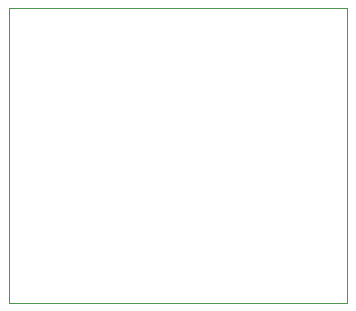
<source format=gbr>
%TF.GenerationSoftware,KiCad,Pcbnew,(6.0.2)*%
%TF.CreationDate,2022-05-16T05:59:01+03:00*%
%TF.ProjectId,FLIM_laser,464c494d-5f6c-4617-9365-722e6b696361,rev?*%
%TF.SameCoordinates,Original*%
%TF.FileFunction,Profile,NP*%
%FSLAX46Y46*%
G04 Gerber Fmt 4.6, Leading zero omitted, Abs format (unit mm)*
G04 Created by KiCad (PCBNEW (6.0.2)) date 2022-05-16 05:59:01*
%MOMM*%
%LPD*%
G01*
G04 APERTURE LIST*
%TA.AperFunction,Profile*%
%ADD10C,0.100000*%
%TD*%
G04 APERTURE END LIST*
D10*
X145600000Y-38600000D02*
X174200000Y-38600000D01*
X174200000Y-38600000D02*
X174200000Y-63600000D01*
X174200000Y-63600000D02*
X145600000Y-63600000D01*
X145600000Y-63600000D02*
X145600000Y-38600000D01*
M02*

</source>
